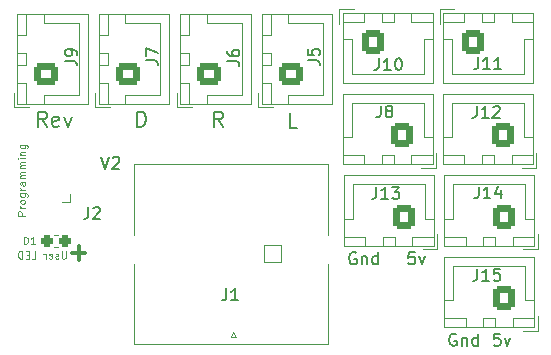
<source format=gbr>
%TF.GenerationSoftware,KiCad,Pcbnew,7.0.7*%
%TF.CreationDate,2023-09-01T18:47:46-05:00*%
%TF.ProjectId,ControlPanelSTM32QFN28,436f6e74-726f-46c5-9061-6e656c53544d,rev?*%
%TF.SameCoordinates,Original*%
%TF.FileFunction,Legend,Top*%
%TF.FilePolarity,Positive*%
%FSLAX46Y46*%
G04 Gerber Fmt 4.6, Leading zero omitted, Abs format (unit mm)*
G04 Created by KiCad (PCBNEW 7.0.7) date 2023-09-01 18:47:46*
%MOMM*%
%LPD*%
G01*
G04 APERTURE LIST*
G04 Aperture macros list*
%AMRoundRect*
0 Rectangle with rounded corners*
0 $1 Rounding radius*
0 $2 $3 $4 $5 $6 $7 $8 $9 X,Y pos of 4 corners*
0 Add a 4 corners polygon primitive as box body*
4,1,4,$2,$3,$4,$5,$6,$7,$8,$9,$2,$3,0*
0 Add four circle primitives for the rounded corners*
1,1,$1+$1,$2,$3*
1,1,$1+$1,$4,$5*
1,1,$1+$1,$6,$7*
1,1,$1+$1,$8,$9*
0 Add four rect primitives between the rounded corners*
20,1,$1+$1,$2,$3,$4,$5,0*
20,1,$1+$1,$4,$5,$6,$7,0*
20,1,$1+$1,$6,$7,$8,$9,0*
20,1,$1+$1,$8,$9,$2,$3,0*%
G04 Aperture macros list end*
%ADD10C,0.150000*%
%ADD11C,0.101600*%
%ADD12C,0.300000*%
%ADD13C,0.152400*%
%ADD14C,0.076200*%
%ADD15C,0.120000*%
%ADD16RoundRect,0.276000X-0.225000X-0.250000X0.225000X-0.250000X0.225000X0.250000X-0.225000X0.250000X0*%
%ADD17C,0.889400*%
%ADD18C,1.092600*%
%ADD19C,3.102000*%
%ADD20RoundRect,0.301000X-0.600000X-0.750000X0.600000X-0.750000X0.600000X0.750000X-0.600000X0.750000X0*%
%ADD21O,1.802000X2.102000*%
%ADD22RoundRect,0.301000X0.600000X0.750000X-0.600000X0.750000X-0.600000X-0.750000X0.600000X-0.750000X0*%
%ADD23C,3.352000*%
%ADD24RoundRect,0.051000X-0.750000X-0.750000X0.750000X-0.750000X0.750000X0.750000X-0.750000X0.750000X0*%
%ADD25C,1.602000*%
%ADD26O,1.361000X2.464000*%
%ADD27RoundRect,0.301000X0.750000X-0.600000X0.750000X0.600000X-0.750000X0.600000X-0.750000X-0.600000X0*%
%ADD28O,2.102000X1.802000*%
G04 APERTURE END LIST*
D10*
X139208122Y-98234619D02*
X139541455Y-99234619D01*
X139541455Y-99234619D02*
X139874788Y-98234619D01*
X140160503Y-98329857D02*
X140208122Y-98282238D01*
X140208122Y-98282238D02*
X140303360Y-98234619D01*
X140303360Y-98234619D02*
X140541455Y-98234619D01*
X140541455Y-98234619D02*
X140636693Y-98282238D01*
X140636693Y-98282238D02*
X140684312Y-98329857D01*
X140684312Y-98329857D02*
X140731931Y-98425095D01*
X140731931Y-98425095D02*
X140731931Y-98520333D01*
X140731931Y-98520333D02*
X140684312Y-98663190D01*
X140684312Y-98663190D02*
X140112884Y-99234619D01*
X140112884Y-99234619D02*
X140731931Y-99234619D01*
D11*
X132759004Y-103210767D02*
X132124004Y-103210767D01*
X132124004Y-103210767D02*
X132124004Y-102968862D01*
X132124004Y-102968862D02*
X132154242Y-102908386D01*
X132154242Y-102908386D02*
X132184480Y-102878148D01*
X132184480Y-102878148D02*
X132244956Y-102847910D01*
X132244956Y-102847910D02*
X132335670Y-102847910D01*
X132335670Y-102847910D02*
X132396146Y-102878148D01*
X132396146Y-102878148D02*
X132426385Y-102908386D01*
X132426385Y-102908386D02*
X132456623Y-102968862D01*
X132456623Y-102968862D02*
X132456623Y-103210767D01*
X132759004Y-102575767D02*
X132335670Y-102575767D01*
X132456623Y-102575767D02*
X132396146Y-102545529D01*
X132396146Y-102545529D02*
X132365908Y-102515291D01*
X132365908Y-102515291D02*
X132335670Y-102454815D01*
X132335670Y-102454815D02*
X132335670Y-102394338D01*
X132759004Y-102091958D02*
X132728766Y-102152434D01*
X132728766Y-102152434D02*
X132698527Y-102182672D01*
X132698527Y-102182672D02*
X132638051Y-102212910D01*
X132638051Y-102212910D02*
X132456623Y-102212910D01*
X132456623Y-102212910D02*
X132396146Y-102182672D01*
X132396146Y-102182672D02*
X132365908Y-102152434D01*
X132365908Y-102152434D02*
X132335670Y-102091958D01*
X132335670Y-102091958D02*
X132335670Y-102001243D01*
X132335670Y-102001243D02*
X132365908Y-101940767D01*
X132365908Y-101940767D02*
X132396146Y-101910529D01*
X132396146Y-101910529D02*
X132456623Y-101880291D01*
X132456623Y-101880291D02*
X132638051Y-101880291D01*
X132638051Y-101880291D02*
X132698527Y-101910529D01*
X132698527Y-101910529D02*
X132728766Y-101940767D01*
X132728766Y-101940767D02*
X132759004Y-102001243D01*
X132759004Y-102001243D02*
X132759004Y-102091958D01*
X132335670Y-101336005D02*
X132849718Y-101336005D01*
X132849718Y-101336005D02*
X132910194Y-101366243D01*
X132910194Y-101366243D02*
X132940432Y-101396481D01*
X132940432Y-101396481D02*
X132970670Y-101456958D01*
X132970670Y-101456958D02*
X132970670Y-101547672D01*
X132970670Y-101547672D02*
X132940432Y-101608148D01*
X132728766Y-101336005D02*
X132759004Y-101396481D01*
X132759004Y-101396481D02*
X132759004Y-101517434D01*
X132759004Y-101517434D02*
X132728766Y-101577910D01*
X132728766Y-101577910D02*
X132698527Y-101608148D01*
X132698527Y-101608148D02*
X132638051Y-101638386D01*
X132638051Y-101638386D02*
X132456623Y-101638386D01*
X132456623Y-101638386D02*
X132396146Y-101608148D01*
X132396146Y-101608148D02*
X132365908Y-101577910D01*
X132365908Y-101577910D02*
X132335670Y-101517434D01*
X132335670Y-101517434D02*
X132335670Y-101396481D01*
X132335670Y-101396481D02*
X132365908Y-101336005D01*
X132759004Y-101033624D02*
X132335670Y-101033624D01*
X132456623Y-101033624D02*
X132396146Y-101003386D01*
X132396146Y-101003386D02*
X132365908Y-100973148D01*
X132365908Y-100973148D02*
X132335670Y-100912672D01*
X132335670Y-100912672D02*
X132335670Y-100852195D01*
X132759004Y-100368386D02*
X132426385Y-100368386D01*
X132426385Y-100368386D02*
X132365908Y-100398624D01*
X132365908Y-100398624D02*
X132335670Y-100459100D01*
X132335670Y-100459100D02*
X132335670Y-100580053D01*
X132335670Y-100580053D02*
X132365908Y-100640529D01*
X132728766Y-100368386D02*
X132759004Y-100428862D01*
X132759004Y-100428862D02*
X132759004Y-100580053D01*
X132759004Y-100580053D02*
X132728766Y-100640529D01*
X132728766Y-100640529D02*
X132668289Y-100670767D01*
X132668289Y-100670767D02*
X132607813Y-100670767D01*
X132607813Y-100670767D02*
X132547337Y-100640529D01*
X132547337Y-100640529D02*
X132517099Y-100580053D01*
X132517099Y-100580053D02*
X132517099Y-100428862D01*
X132517099Y-100428862D02*
X132486861Y-100368386D01*
X132759004Y-100066005D02*
X132335670Y-100066005D01*
X132396146Y-100066005D02*
X132365908Y-100035767D01*
X132365908Y-100035767D02*
X132335670Y-99975291D01*
X132335670Y-99975291D02*
X132335670Y-99884576D01*
X132335670Y-99884576D02*
X132365908Y-99824100D01*
X132365908Y-99824100D02*
X132426385Y-99793862D01*
X132426385Y-99793862D02*
X132759004Y-99793862D01*
X132426385Y-99793862D02*
X132365908Y-99763624D01*
X132365908Y-99763624D02*
X132335670Y-99703148D01*
X132335670Y-99703148D02*
X132335670Y-99612434D01*
X132335670Y-99612434D02*
X132365908Y-99551957D01*
X132365908Y-99551957D02*
X132426385Y-99521719D01*
X132426385Y-99521719D02*
X132759004Y-99521719D01*
X132759004Y-99219338D02*
X132335670Y-99219338D01*
X132396146Y-99219338D02*
X132365908Y-99189100D01*
X132365908Y-99189100D02*
X132335670Y-99128624D01*
X132335670Y-99128624D02*
X132335670Y-99037909D01*
X132335670Y-99037909D02*
X132365908Y-98977433D01*
X132365908Y-98977433D02*
X132426385Y-98947195D01*
X132426385Y-98947195D02*
X132759004Y-98947195D01*
X132426385Y-98947195D02*
X132365908Y-98916957D01*
X132365908Y-98916957D02*
X132335670Y-98856481D01*
X132335670Y-98856481D02*
X132335670Y-98765767D01*
X132335670Y-98765767D02*
X132365908Y-98705290D01*
X132365908Y-98705290D02*
X132426385Y-98675052D01*
X132426385Y-98675052D02*
X132759004Y-98675052D01*
X132759004Y-98372671D02*
X132335670Y-98372671D01*
X132124004Y-98372671D02*
X132154242Y-98402909D01*
X132154242Y-98402909D02*
X132184480Y-98372671D01*
X132184480Y-98372671D02*
X132154242Y-98342433D01*
X132154242Y-98342433D02*
X132124004Y-98372671D01*
X132124004Y-98372671D02*
X132184480Y-98372671D01*
X132335670Y-98070290D02*
X132759004Y-98070290D01*
X132396146Y-98070290D02*
X132365908Y-98040052D01*
X132365908Y-98040052D02*
X132335670Y-97979576D01*
X132335670Y-97979576D02*
X132335670Y-97888861D01*
X132335670Y-97888861D02*
X132365908Y-97828385D01*
X132365908Y-97828385D02*
X132426385Y-97798147D01*
X132426385Y-97798147D02*
X132759004Y-97798147D01*
X132335670Y-97223623D02*
X132849718Y-97223623D01*
X132849718Y-97223623D02*
X132910194Y-97253861D01*
X132910194Y-97253861D02*
X132940432Y-97284099D01*
X132940432Y-97284099D02*
X132970670Y-97344576D01*
X132970670Y-97344576D02*
X132970670Y-97435290D01*
X132970670Y-97435290D02*
X132940432Y-97495766D01*
X132728766Y-97223623D02*
X132759004Y-97284099D01*
X132759004Y-97284099D02*
X132759004Y-97405052D01*
X132759004Y-97405052D02*
X132728766Y-97465528D01*
X132728766Y-97465528D02*
X132698527Y-97495766D01*
X132698527Y-97495766D02*
X132638051Y-97526004D01*
X132638051Y-97526004D02*
X132456623Y-97526004D01*
X132456623Y-97526004D02*
X132396146Y-97495766D01*
X132396146Y-97495766D02*
X132365908Y-97465528D01*
X132365908Y-97465528D02*
X132335670Y-97405052D01*
X132335670Y-97405052D02*
X132335670Y-97284099D01*
X132335670Y-97284099D02*
X132365908Y-97223623D01*
X136205367Y-106216004D02*
X136205367Y-106730051D01*
X136205367Y-106730051D02*
X136175129Y-106790527D01*
X136175129Y-106790527D02*
X136144891Y-106820766D01*
X136144891Y-106820766D02*
X136084415Y-106851004D01*
X136084415Y-106851004D02*
X135963462Y-106851004D01*
X135963462Y-106851004D02*
X135902986Y-106820766D01*
X135902986Y-106820766D02*
X135872748Y-106790527D01*
X135872748Y-106790527D02*
X135842510Y-106730051D01*
X135842510Y-106730051D02*
X135842510Y-106216004D01*
X135570367Y-106820766D02*
X135509891Y-106851004D01*
X135509891Y-106851004D02*
X135388939Y-106851004D01*
X135388939Y-106851004D02*
X135328462Y-106820766D01*
X135328462Y-106820766D02*
X135298224Y-106760289D01*
X135298224Y-106760289D02*
X135298224Y-106730051D01*
X135298224Y-106730051D02*
X135328462Y-106669575D01*
X135328462Y-106669575D02*
X135388939Y-106639337D01*
X135388939Y-106639337D02*
X135479653Y-106639337D01*
X135479653Y-106639337D02*
X135540129Y-106609099D01*
X135540129Y-106609099D02*
X135570367Y-106548623D01*
X135570367Y-106548623D02*
X135570367Y-106518385D01*
X135570367Y-106518385D02*
X135540129Y-106457908D01*
X135540129Y-106457908D02*
X135479653Y-106427670D01*
X135479653Y-106427670D02*
X135388939Y-106427670D01*
X135388939Y-106427670D02*
X135328462Y-106457908D01*
X134784176Y-106820766D02*
X134844652Y-106851004D01*
X134844652Y-106851004D02*
X134965605Y-106851004D01*
X134965605Y-106851004D02*
X135026081Y-106820766D01*
X135026081Y-106820766D02*
X135056319Y-106760289D01*
X135056319Y-106760289D02*
X135056319Y-106518385D01*
X135056319Y-106518385D02*
X135026081Y-106457908D01*
X135026081Y-106457908D02*
X134965605Y-106427670D01*
X134965605Y-106427670D02*
X134844652Y-106427670D01*
X134844652Y-106427670D02*
X134784176Y-106457908D01*
X134784176Y-106457908D02*
X134753938Y-106518385D01*
X134753938Y-106518385D02*
X134753938Y-106578861D01*
X134753938Y-106578861D02*
X135056319Y-106639337D01*
X134481795Y-106851004D02*
X134481795Y-106427670D01*
X134481795Y-106548623D02*
X134451557Y-106488146D01*
X134451557Y-106488146D02*
X134421319Y-106457908D01*
X134421319Y-106457908D02*
X134360843Y-106427670D01*
X134360843Y-106427670D02*
X134300366Y-106427670D01*
X133302509Y-106851004D02*
X133604890Y-106851004D01*
X133604890Y-106851004D02*
X133604890Y-106216004D01*
X133090842Y-106518385D02*
X132879175Y-106518385D01*
X132788461Y-106851004D02*
X133090842Y-106851004D01*
X133090842Y-106851004D02*
X133090842Y-106216004D01*
X133090842Y-106216004D02*
X132788461Y-106216004D01*
X132516318Y-106851004D02*
X132516318Y-106216004D01*
X132516318Y-106216004D02*
X132365128Y-106216004D01*
X132365128Y-106216004D02*
X132274413Y-106246242D01*
X132274413Y-106246242D02*
X132213937Y-106306718D01*
X132213937Y-106306718D02*
X132183699Y-106367194D01*
X132183699Y-106367194D02*
X132153461Y-106488146D01*
X132153461Y-106488146D02*
X132153461Y-106578861D01*
X132153461Y-106578861D02*
X132183699Y-106699813D01*
X132183699Y-106699813D02*
X132213937Y-106760289D01*
X132213937Y-106760289D02*
X132274413Y-106820766D01*
X132274413Y-106820766D02*
X132365128Y-106851004D01*
X132365128Y-106851004D02*
X132516318Y-106851004D01*
D12*
X137850089Y-106392000D02*
X136707232Y-106392000D01*
X137278660Y-106963428D02*
X137278660Y-105820571D01*
D13*
X165742257Y-106329295D02*
X165258447Y-106329295D01*
X165258447Y-106329295D02*
X165210066Y-106813105D01*
X165210066Y-106813105D02*
X165258447Y-106764724D01*
X165258447Y-106764724D02*
X165355209Y-106716343D01*
X165355209Y-106716343D02*
X165597114Y-106716343D01*
X165597114Y-106716343D02*
X165693876Y-106764724D01*
X165693876Y-106764724D02*
X165742257Y-106813105D01*
X165742257Y-106813105D02*
X165790638Y-106909867D01*
X165790638Y-106909867D02*
X165790638Y-107151772D01*
X165790638Y-107151772D02*
X165742257Y-107248534D01*
X165742257Y-107248534D02*
X165693876Y-107296915D01*
X165693876Y-107296915D02*
X165597114Y-107345295D01*
X165597114Y-107345295D02*
X165355209Y-107345295D01*
X165355209Y-107345295D02*
X165258447Y-107296915D01*
X165258447Y-107296915D02*
X165210066Y-107248534D01*
X166129304Y-106667962D02*
X166371209Y-107345295D01*
X166371209Y-107345295D02*
X166613114Y-106667962D01*
X160763857Y-106377676D02*
X160667095Y-106329295D01*
X160667095Y-106329295D02*
X160521952Y-106329295D01*
X160521952Y-106329295D02*
X160376809Y-106377676D01*
X160376809Y-106377676D02*
X160280047Y-106474438D01*
X160280047Y-106474438D02*
X160231666Y-106571200D01*
X160231666Y-106571200D02*
X160183285Y-106764724D01*
X160183285Y-106764724D02*
X160183285Y-106909867D01*
X160183285Y-106909867D02*
X160231666Y-107103391D01*
X160231666Y-107103391D02*
X160280047Y-107200153D01*
X160280047Y-107200153D02*
X160376809Y-107296915D01*
X160376809Y-107296915D02*
X160521952Y-107345295D01*
X160521952Y-107345295D02*
X160618714Y-107345295D01*
X160618714Y-107345295D02*
X160763857Y-107296915D01*
X160763857Y-107296915D02*
X160812238Y-107248534D01*
X160812238Y-107248534D02*
X160812238Y-106909867D01*
X160812238Y-106909867D02*
X160618714Y-106909867D01*
X161247666Y-106667962D02*
X161247666Y-107345295D01*
X161247666Y-106764724D02*
X161296047Y-106716343D01*
X161296047Y-106716343D02*
X161392809Y-106667962D01*
X161392809Y-106667962D02*
X161537952Y-106667962D01*
X161537952Y-106667962D02*
X161634714Y-106716343D01*
X161634714Y-106716343D02*
X161683095Y-106813105D01*
X161683095Y-106813105D02*
X161683095Y-107345295D01*
X162602333Y-107345295D02*
X162602333Y-106329295D01*
X162602333Y-107296915D02*
X162505571Y-107345295D01*
X162505571Y-107345295D02*
X162312047Y-107345295D01*
X162312047Y-107345295D02*
X162215285Y-107296915D01*
X162215285Y-107296915D02*
X162166904Y-107248534D01*
X162166904Y-107248534D02*
X162118523Y-107151772D01*
X162118523Y-107151772D02*
X162118523Y-106861486D01*
X162118523Y-106861486D02*
X162166904Y-106764724D01*
X162166904Y-106764724D02*
X162215285Y-106716343D01*
X162215285Y-106716343D02*
X162312047Y-106667962D01*
X162312047Y-106667962D02*
X162505571Y-106667962D01*
X162505571Y-106667962D02*
X162602333Y-106716343D01*
X169247457Y-113261076D02*
X169150695Y-113212695D01*
X169150695Y-113212695D02*
X169005552Y-113212695D01*
X169005552Y-113212695D02*
X168860409Y-113261076D01*
X168860409Y-113261076D02*
X168763647Y-113357838D01*
X168763647Y-113357838D02*
X168715266Y-113454600D01*
X168715266Y-113454600D02*
X168666885Y-113648124D01*
X168666885Y-113648124D02*
X168666885Y-113793267D01*
X168666885Y-113793267D02*
X168715266Y-113986791D01*
X168715266Y-113986791D02*
X168763647Y-114083553D01*
X168763647Y-114083553D02*
X168860409Y-114180315D01*
X168860409Y-114180315D02*
X169005552Y-114228695D01*
X169005552Y-114228695D02*
X169102314Y-114228695D01*
X169102314Y-114228695D02*
X169247457Y-114180315D01*
X169247457Y-114180315D02*
X169295838Y-114131934D01*
X169295838Y-114131934D02*
X169295838Y-113793267D01*
X169295838Y-113793267D02*
X169102314Y-113793267D01*
X169731266Y-113551362D02*
X169731266Y-114228695D01*
X169731266Y-113648124D02*
X169779647Y-113599743D01*
X169779647Y-113599743D02*
X169876409Y-113551362D01*
X169876409Y-113551362D02*
X170021552Y-113551362D01*
X170021552Y-113551362D02*
X170118314Y-113599743D01*
X170118314Y-113599743D02*
X170166695Y-113696505D01*
X170166695Y-113696505D02*
X170166695Y-114228695D01*
X171085933Y-114228695D02*
X171085933Y-113212695D01*
X171085933Y-114180315D02*
X170989171Y-114228695D01*
X170989171Y-114228695D02*
X170795647Y-114228695D01*
X170795647Y-114228695D02*
X170698885Y-114180315D01*
X170698885Y-114180315D02*
X170650504Y-114131934D01*
X170650504Y-114131934D02*
X170602123Y-114035172D01*
X170602123Y-114035172D02*
X170602123Y-113744886D01*
X170602123Y-113744886D02*
X170650504Y-113648124D01*
X170650504Y-113648124D02*
X170698885Y-113599743D01*
X170698885Y-113599743D02*
X170795647Y-113551362D01*
X170795647Y-113551362D02*
X170989171Y-113551362D01*
X170989171Y-113551362D02*
X171085933Y-113599743D01*
X172955857Y-113212695D02*
X172472047Y-113212695D01*
X172472047Y-113212695D02*
X172423666Y-113696505D01*
X172423666Y-113696505D02*
X172472047Y-113648124D01*
X172472047Y-113648124D02*
X172568809Y-113599743D01*
X172568809Y-113599743D02*
X172810714Y-113599743D01*
X172810714Y-113599743D02*
X172907476Y-113648124D01*
X172907476Y-113648124D02*
X172955857Y-113696505D01*
X172955857Y-113696505D02*
X173004238Y-113793267D01*
X173004238Y-113793267D02*
X173004238Y-114035172D01*
X173004238Y-114035172D02*
X172955857Y-114131934D01*
X172955857Y-114131934D02*
X172907476Y-114180315D01*
X172907476Y-114180315D02*
X172810714Y-114228695D01*
X172810714Y-114228695D02*
X172568809Y-114228695D01*
X172568809Y-114228695D02*
X172472047Y-114180315D01*
X172472047Y-114180315D02*
X172423666Y-114131934D01*
X173342904Y-113551362D02*
X173584809Y-114228695D01*
X173584809Y-114228695D02*
X173826714Y-113551362D01*
X134565000Y-95679601D02*
X134141666Y-95074839D01*
X133839285Y-95679601D02*
X133839285Y-94409601D01*
X133839285Y-94409601D02*
X134323095Y-94409601D01*
X134323095Y-94409601D02*
X134444047Y-94470077D01*
X134444047Y-94470077D02*
X134504524Y-94530553D01*
X134504524Y-94530553D02*
X134565000Y-94651505D01*
X134565000Y-94651505D02*
X134565000Y-94832934D01*
X134565000Y-94832934D02*
X134504524Y-94953886D01*
X134504524Y-94953886D02*
X134444047Y-95014363D01*
X134444047Y-95014363D02*
X134323095Y-95074839D01*
X134323095Y-95074839D02*
X133839285Y-95074839D01*
X135593095Y-95619125D02*
X135472143Y-95679601D01*
X135472143Y-95679601D02*
X135230238Y-95679601D01*
X135230238Y-95679601D02*
X135109285Y-95619125D01*
X135109285Y-95619125D02*
X135048809Y-95498172D01*
X135048809Y-95498172D02*
X135048809Y-95014363D01*
X135048809Y-95014363D02*
X135109285Y-94893410D01*
X135109285Y-94893410D02*
X135230238Y-94832934D01*
X135230238Y-94832934D02*
X135472143Y-94832934D01*
X135472143Y-94832934D02*
X135593095Y-94893410D01*
X135593095Y-94893410D02*
X135653571Y-95014363D01*
X135653571Y-95014363D02*
X135653571Y-95135315D01*
X135653571Y-95135315D02*
X135048809Y-95256267D01*
X136076904Y-94832934D02*
X136379285Y-95679601D01*
X136379285Y-95679601D02*
X136681666Y-94832934D01*
X149493095Y-95679601D02*
X149069761Y-95074839D01*
X148767380Y-95679601D02*
X148767380Y-94409601D01*
X148767380Y-94409601D02*
X149251190Y-94409601D01*
X149251190Y-94409601D02*
X149372142Y-94470077D01*
X149372142Y-94470077D02*
X149432619Y-94530553D01*
X149432619Y-94530553D02*
X149493095Y-94651505D01*
X149493095Y-94651505D02*
X149493095Y-94832934D01*
X149493095Y-94832934D02*
X149432619Y-94953886D01*
X149432619Y-94953886D02*
X149372142Y-95014363D01*
X149372142Y-95014363D02*
X149251190Y-95074839D01*
X149251190Y-95074839D02*
X148767380Y-95074839D01*
X142267380Y-95679601D02*
X142267380Y-94409601D01*
X142267380Y-94409601D02*
X142569761Y-94409601D01*
X142569761Y-94409601D02*
X142751190Y-94470077D01*
X142751190Y-94470077D02*
X142872142Y-94591029D01*
X142872142Y-94591029D02*
X142932619Y-94711982D01*
X142932619Y-94711982D02*
X142993095Y-94953886D01*
X142993095Y-94953886D02*
X142993095Y-95135315D01*
X142993095Y-95135315D02*
X142932619Y-95377220D01*
X142932619Y-95377220D02*
X142872142Y-95498172D01*
X142872142Y-95498172D02*
X142751190Y-95619125D01*
X142751190Y-95619125D02*
X142569761Y-95679601D01*
X142569761Y-95679601D02*
X142267380Y-95679601D01*
X155793095Y-95779601D02*
X155188333Y-95779601D01*
X155188333Y-95779601D02*
X155188333Y-94509601D01*
D14*
X132627309Y-105623600D02*
X132627309Y-104988600D01*
X132627309Y-104988600D02*
X132778499Y-104988600D01*
X132778499Y-104988600D02*
X132869214Y-105018838D01*
X132869214Y-105018838D02*
X132929690Y-105079314D01*
X132929690Y-105079314D02*
X132959928Y-105139790D01*
X132959928Y-105139790D02*
X132990166Y-105260742D01*
X132990166Y-105260742D02*
X132990166Y-105351457D01*
X132990166Y-105351457D02*
X132959928Y-105472409D01*
X132959928Y-105472409D02*
X132929690Y-105532885D01*
X132929690Y-105532885D02*
X132869214Y-105593362D01*
X132869214Y-105593362D02*
X132778499Y-105623600D01*
X132778499Y-105623600D02*
X132627309Y-105623600D01*
X133594928Y-105623600D02*
X133232071Y-105623600D01*
X133413499Y-105623600D02*
X133413499Y-104988600D01*
X133413499Y-104988600D02*
X133353023Y-105079314D01*
X133353023Y-105079314D02*
X133292547Y-105139790D01*
X133292547Y-105139790D02*
X133232071Y-105170028D01*
D10*
X138096666Y-102502619D02*
X138096666Y-103216904D01*
X138096666Y-103216904D02*
X138049047Y-103359761D01*
X138049047Y-103359761D02*
X137953809Y-103455000D01*
X137953809Y-103455000D02*
X137810952Y-103502619D01*
X137810952Y-103502619D02*
X137715714Y-103502619D01*
X138525238Y-102597857D02*
X138572857Y-102550238D01*
X138572857Y-102550238D02*
X138668095Y-102502619D01*
X138668095Y-102502619D02*
X138906190Y-102502619D01*
X138906190Y-102502619D02*
X139001428Y-102550238D01*
X139001428Y-102550238D02*
X139049047Y-102597857D01*
X139049047Y-102597857D02*
X139096666Y-102693095D01*
X139096666Y-102693095D02*
X139096666Y-102788333D01*
X139096666Y-102788333D02*
X139049047Y-102931190D01*
X139049047Y-102931190D02*
X138477619Y-103502619D01*
X138477619Y-103502619D02*
X139096666Y-103502619D01*
X171110476Y-89824819D02*
X171110476Y-90539104D01*
X171110476Y-90539104D02*
X171062857Y-90681961D01*
X171062857Y-90681961D02*
X170967619Y-90777200D01*
X170967619Y-90777200D02*
X170824762Y-90824819D01*
X170824762Y-90824819D02*
X170729524Y-90824819D01*
X172110476Y-90824819D02*
X171539048Y-90824819D01*
X171824762Y-90824819D02*
X171824762Y-89824819D01*
X171824762Y-89824819D02*
X171729524Y-89967676D01*
X171729524Y-89967676D02*
X171634286Y-90062914D01*
X171634286Y-90062914D02*
X171539048Y-90110533D01*
X173062857Y-90824819D02*
X172491429Y-90824819D01*
X172777143Y-90824819D02*
X172777143Y-89824819D01*
X172777143Y-89824819D02*
X172681905Y-89967676D01*
X172681905Y-89967676D02*
X172586667Y-90062914D01*
X172586667Y-90062914D02*
X172491429Y-90110533D01*
X162710476Y-89894819D02*
X162710476Y-90609104D01*
X162710476Y-90609104D02*
X162662857Y-90751961D01*
X162662857Y-90751961D02*
X162567619Y-90847200D01*
X162567619Y-90847200D02*
X162424762Y-90894819D01*
X162424762Y-90894819D02*
X162329524Y-90894819D01*
X163710476Y-90894819D02*
X163139048Y-90894819D01*
X163424762Y-90894819D02*
X163424762Y-89894819D01*
X163424762Y-89894819D02*
X163329524Y-90037676D01*
X163329524Y-90037676D02*
X163234286Y-90132914D01*
X163234286Y-90132914D02*
X163139048Y-90180533D01*
X164329524Y-89894819D02*
X164424762Y-89894819D01*
X164424762Y-89894819D02*
X164520000Y-89942438D01*
X164520000Y-89942438D02*
X164567619Y-89990057D01*
X164567619Y-89990057D02*
X164615238Y-90085295D01*
X164615238Y-90085295D02*
X164662857Y-90275771D01*
X164662857Y-90275771D02*
X164662857Y-90513866D01*
X164662857Y-90513866D02*
X164615238Y-90704342D01*
X164615238Y-90704342D02*
X164567619Y-90799580D01*
X164567619Y-90799580D02*
X164520000Y-90847200D01*
X164520000Y-90847200D02*
X164424762Y-90894819D01*
X164424762Y-90894819D02*
X164329524Y-90894819D01*
X164329524Y-90894819D02*
X164234286Y-90847200D01*
X164234286Y-90847200D02*
X164186667Y-90799580D01*
X164186667Y-90799580D02*
X164139048Y-90704342D01*
X164139048Y-90704342D02*
X164091429Y-90513866D01*
X164091429Y-90513866D02*
X164091429Y-90275771D01*
X164091429Y-90275771D02*
X164139048Y-90085295D01*
X164139048Y-90085295D02*
X164186667Y-89990057D01*
X164186667Y-89990057D02*
X164234286Y-89942438D01*
X164234286Y-89942438D02*
X164329524Y-89894819D01*
X162856666Y-93904819D02*
X162856666Y-94619104D01*
X162856666Y-94619104D02*
X162809047Y-94761961D01*
X162809047Y-94761961D02*
X162713809Y-94857200D01*
X162713809Y-94857200D02*
X162570952Y-94904819D01*
X162570952Y-94904819D02*
X162475714Y-94904819D01*
X163475714Y-94333390D02*
X163380476Y-94285771D01*
X163380476Y-94285771D02*
X163332857Y-94238152D01*
X163332857Y-94238152D02*
X163285238Y-94142914D01*
X163285238Y-94142914D02*
X163285238Y-94095295D01*
X163285238Y-94095295D02*
X163332857Y-94000057D01*
X163332857Y-94000057D02*
X163380476Y-93952438D01*
X163380476Y-93952438D02*
X163475714Y-93904819D01*
X163475714Y-93904819D02*
X163666190Y-93904819D01*
X163666190Y-93904819D02*
X163761428Y-93952438D01*
X163761428Y-93952438D02*
X163809047Y-94000057D01*
X163809047Y-94000057D02*
X163856666Y-94095295D01*
X163856666Y-94095295D02*
X163856666Y-94142914D01*
X163856666Y-94142914D02*
X163809047Y-94238152D01*
X163809047Y-94238152D02*
X163761428Y-94285771D01*
X163761428Y-94285771D02*
X163666190Y-94333390D01*
X163666190Y-94333390D02*
X163475714Y-94333390D01*
X163475714Y-94333390D02*
X163380476Y-94381009D01*
X163380476Y-94381009D02*
X163332857Y-94428628D01*
X163332857Y-94428628D02*
X163285238Y-94523866D01*
X163285238Y-94523866D02*
X163285238Y-94714342D01*
X163285238Y-94714342D02*
X163332857Y-94809580D01*
X163332857Y-94809580D02*
X163380476Y-94857200D01*
X163380476Y-94857200D02*
X163475714Y-94904819D01*
X163475714Y-94904819D02*
X163666190Y-94904819D01*
X163666190Y-94904819D02*
X163761428Y-94857200D01*
X163761428Y-94857200D02*
X163809047Y-94809580D01*
X163809047Y-94809580D02*
X163856666Y-94714342D01*
X163856666Y-94714342D02*
X163856666Y-94523866D01*
X163856666Y-94523866D02*
X163809047Y-94428628D01*
X163809047Y-94428628D02*
X163761428Y-94381009D01*
X163761428Y-94381009D02*
X163666190Y-94333390D01*
X170990476Y-93944819D02*
X170990476Y-94659104D01*
X170990476Y-94659104D02*
X170942857Y-94801961D01*
X170942857Y-94801961D02*
X170847619Y-94897200D01*
X170847619Y-94897200D02*
X170704762Y-94944819D01*
X170704762Y-94944819D02*
X170609524Y-94944819D01*
X171990476Y-94944819D02*
X171419048Y-94944819D01*
X171704762Y-94944819D02*
X171704762Y-93944819D01*
X171704762Y-93944819D02*
X171609524Y-94087676D01*
X171609524Y-94087676D02*
X171514286Y-94182914D01*
X171514286Y-94182914D02*
X171419048Y-94230533D01*
X172371429Y-94040057D02*
X172419048Y-93992438D01*
X172419048Y-93992438D02*
X172514286Y-93944819D01*
X172514286Y-93944819D02*
X172752381Y-93944819D01*
X172752381Y-93944819D02*
X172847619Y-93992438D01*
X172847619Y-93992438D02*
X172895238Y-94040057D01*
X172895238Y-94040057D02*
X172942857Y-94135295D01*
X172942857Y-94135295D02*
X172942857Y-94230533D01*
X172942857Y-94230533D02*
X172895238Y-94373390D01*
X172895238Y-94373390D02*
X172323810Y-94944819D01*
X172323810Y-94944819D02*
X172942857Y-94944819D01*
X162480476Y-100804819D02*
X162480476Y-101519104D01*
X162480476Y-101519104D02*
X162432857Y-101661961D01*
X162432857Y-101661961D02*
X162337619Y-101757200D01*
X162337619Y-101757200D02*
X162194762Y-101804819D01*
X162194762Y-101804819D02*
X162099524Y-101804819D01*
X163480476Y-101804819D02*
X162909048Y-101804819D01*
X163194762Y-101804819D02*
X163194762Y-100804819D01*
X163194762Y-100804819D02*
X163099524Y-100947676D01*
X163099524Y-100947676D02*
X163004286Y-101042914D01*
X163004286Y-101042914D02*
X162909048Y-101090533D01*
X163813810Y-100804819D02*
X164432857Y-100804819D01*
X164432857Y-100804819D02*
X164099524Y-101185771D01*
X164099524Y-101185771D02*
X164242381Y-101185771D01*
X164242381Y-101185771D02*
X164337619Y-101233390D01*
X164337619Y-101233390D02*
X164385238Y-101281009D01*
X164385238Y-101281009D02*
X164432857Y-101376247D01*
X164432857Y-101376247D02*
X164432857Y-101614342D01*
X164432857Y-101614342D02*
X164385238Y-101709580D01*
X164385238Y-101709580D02*
X164337619Y-101757200D01*
X164337619Y-101757200D02*
X164242381Y-101804819D01*
X164242381Y-101804819D02*
X163956667Y-101804819D01*
X163956667Y-101804819D02*
X163861429Y-101757200D01*
X163861429Y-101757200D02*
X163813810Y-101709580D01*
X171150476Y-100754819D02*
X171150476Y-101469104D01*
X171150476Y-101469104D02*
X171102857Y-101611961D01*
X171102857Y-101611961D02*
X171007619Y-101707200D01*
X171007619Y-101707200D02*
X170864762Y-101754819D01*
X170864762Y-101754819D02*
X170769524Y-101754819D01*
X172150476Y-101754819D02*
X171579048Y-101754819D01*
X171864762Y-101754819D02*
X171864762Y-100754819D01*
X171864762Y-100754819D02*
X171769524Y-100897676D01*
X171769524Y-100897676D02*
X171674286Y-100992914D01*
X171674286Y-100992914D02*
X171579048Y-101040533D01*
X173007619Y-101088152D02*
X173007619Y-101754819D01*
X172769524Y-100707200D02*
X172531429Y-101421485D01*
X172531429Y-101421485D02*
X173150476Y-101421485D01*
X171050476Y-107724819D02*
X171050476Y-108439104D01*
X171050476Y-108439104D02*
X171002857Y-108581961D01*
X171002857Y-108581961D02*
X170907619Y-108677200D01*
X170907619Y-108677200D02*
X170764762Y-108724819D01*
X170764762Y-108724819D02*
X170669524Y-108724819D01*
X172050476Y-108724819D02*
X171479048Y-108724819D01*
X171764762Y-108724819D02*
X171764762Y-107724819D01*
X171764762Y-107724819D02*
X171669524Y-107867676D01*
X171669524Y-107867676D02*
X171574286Y-107962914D01*
X171574286Y-107962914D02*
X171479048Y-108010533D01*
X172955238Y-107724819D02*
X172479048Y-107724819D01*
X172479048Y-107724819D02*
X172431429Y-108201009D01*
X172431429Y-108201009D02*
X172479048Y-108153390D01*
X172479048Y-108153390D02*
X172574286Y-108105771D01*
X172574286Y-108105771D02*
X172812381Y-108105771D01*
X172812381Y-108105771D02*
X172907619Y-108153390D01*
X172907619Y-108153390D02*
X172955238Y-108201009D01*
X172955238Y-108201009D02*
X173002857Y-108296247D01*
X173002857Y-108296247D02*
X173002857Y-108534342D01*
X173002857Y-108534342D02*
X172955238Y-108629580D01*
X172955238Y-108629580D02*
X172907619Y-108677200D01*
X172907619Y-108677200D02*
X172812381Y-108724819D01*
X172812381Y-108724819D02*
X172574286Y-108724819D01*
X172574286Y-108724819D02*
X172479048Y-108677200D01*
X172479048Y-108677200D02*
X172431429Y-108629580D01*
X149780666Y-109380939D02*
X149780666Y-110095224D01*
X149780666Y-110095224D02*
X149733047Y-110238081D01*
X149733047Y-110238081D02*
X149637809Y-110333320D01*
X149637809Y-110333320D02*
X149494952Y-110380939D01*
X149494952Y-110380939D02*
X149399714Y-110380939D01*
X150780666Y-110380939D02*
X150209238Y-110380939D01*
X150494952Y-110380939D02*
X150494952Y-109380939D01*
X150494952Y-109380939D02*
X150399714Y-109523796D01*
X150399714Y-109523796D02*
X150304476Y-109619034D01*
X150304476Y-109619034D02*
X150209238Y-109666653D01*
X156694819Y-90083333D02*
X157409104Y-90083333D01*
X157409104Y-90083333D02*
X157551961Y-90130952D01*
X157551961Y-90130952D02*
X157647200Y-90226190D01*
X157647200Y-90226190D02*
X157694819Y-90369047D01*
X157694819Y-90369047D02*
X157694819Y-90464285D01*
X156694819Y-89130952D02*
X156694819Y-89607142D01*
X156694819Y-89607142D02*
X157171009Y-89654761D01*
X157171009Y-89654761D02*
X157123390Y-89607142D01*
X157123390Y-89607142D02*
X157075771Y-89511904D01*
X157075771Y-89511904D02*
X157075771Y-89273809D01*
X157075771Y-89273809D02*
X157123390Y-89178571D01*
X157123390Y-89178571D02*
X157171009Y-89130952D01*
X157171009Y-89130952D02*
X157266247Y-89083333D01*
X157266247Y-89083333D02*
X157504342Y-89083333D01*
X157504342Y-89083333D02*
X157599580Y-89130952D01*
X157599580Y-89130952D02*
X157647200Y-89178571D01*
X157647200Y-89178571D02*
X157694819Y-89273809D01*
X157694819Y-89273809D02*
X157694819Y-89511904D01*
X157694819Y-89511904D02*
X157647200Y-89607142D01*
X157647200Y-89607142D02*
X157599580Y-89654761D01*
X136134819Y-90123333D02*
X136849104Y-90123333D01*
X136849104Y-90123333D02*
X136991961Y-90170952D01*
X136991961Y-90170952D02*
X137087200Y-90266190D01*
X137087200Y-90266190D02*
X137134819Y-90409047D01*
X137134819Y-90409047D02*
X137134819Y-90504285D01*
X137134819Y-89599523D02*
X137134819Y-89409047D01*
X137134819Y-89409047D02*
X137087200Y-89313809D01*
X137087200Y-89313809D02*
X137039580Y-89266190D01*
X137039580Y-89266190D02*
X136896723Y-89170952D01*
X136896723Y-89170952D02*
X136706247Y-89123333D01*
X136706247Y-89123333D02*
X136325295Y-89123333D01*
X136325295Y-89123333D02*
X136230057Y-89170952D01*
X136230057Y-89170952D02*
X136182438Y-89218571D01*
X136182438Y-89218571D02*
X136134819Y-89313809D01*
X136134819Y-89313809D02*
X136134819Y-89504285D01*
X136134819Y-89504285D02*
X136182438Y-89599523D01*
X136182438Y-89599523D02*
X136230057Y-89647142D01*
X136230057Y-89647142D02*
X136325295Y-89694761D01*
X136325295Y-89694761D02*
X136563390Y-89694761D01*
X136563390Y-89694761D02*
X136658628Y-89647142D01*
X136658628Y-89647142D02*
X136706247Y-89599523D01*
X136706247Y-89599523D02*
X136753866Y-89504285D01*
X136753866Y-89504285D02*
X136753866Y-89313809D01*
X136753866Y-89313809D02*
X136706247Y-89218571D01*
X136706247Y-89218571D02*
X136658628Y-89170952D01*
X136658628Y-89170952D02*
X136563390Y-89123333D01*
X142990219Y-90071533D02*
X143704504Y-90071533D01*
X143704504Y-90071533D02*
X143847361Y-90119152D01*
X143847361Y-90119152D02*
X143942600Y-90214390D01*
X143942600Y-90214390D02*
X143990219Y-90357247D01*
X143990219Y-90357247D02*
X143990219Y-90452485D01*
X142990219Y-89690580D02*
X142990219Y-89023914D01*
X142990219Y-89023914D02*
X143990219Y-89452485D01*
X149884819Y-90163333D02*
X150599104Y-90163333D01*
X150599104Y-90163333D02*
X150741961Y-90210952D01*
X150741961Y-90210952D02*
X150837200Y-90306190D01*
X150837200Y-90306190D02*
X150884819Y-90449047D01*
X150884819Y-90449047D02*
X150884819Y-90544285D01*
X149884819Y-89258571D02*
X149884819Y-89449047D01*
X149884819Y-89449047D02*
X149932438Y-89544285D01*
X149932438Y-89544285D02*
X149980057Y-89591904D01*
X149980057Y-89591904D02*
X150122914Y-89687142D01*
X150122914Y-89687142D02*
X150313390Y-89734761D01*
X150313390Y-89734761D02*
X150694342Y-89734761D01*
X150694342Y-89734761D02*
X150789580Y-89687142D01*
X150789580Y-89687142D02*
X150837200Y-89639523D01*
X150837200Y-89639523D02*
X150884819Y-89544285D01*
X150884819Y-89544285D02*
X150884819Y-89353809D01*
X150884819Y-89353809D02*
X150837200Y-89258571D01*
X150837200Y-89258571D02*
X150789580Y-89210952D01*
X150789580Y-89210952D02*
X150694342Y-89163333D01*
X150694342Y-89163333D02*
X150456247Y-89163333D01*
X150456247Y-89163333D02*
X150361009Y-89210952D01*
X150361009Y-89210952D02*
X150313390Y-89258571D01*
X150313390Y-89258571D02*
X150265771Y-89353809D01*
X150265771Y-89353809D02*
X150265771Y-89544285D01*
X150265771Y-89544285D02*
X150313390Y-89639523D01*
X150313390Y-89639523D02*
X150361009Y-89687142D01*
X150361009Y-89687142D02*
X150456247Y-89734761D01*
D15*
%TO.C,D1*%
X135216020Y-105843800D02*
X135497180Y-105843800D01*
X135216020Y-104823800D02*
X135497180Y-104823800D01*
%TO.C,J2*%
X136550400Y-101396800D02*
X136550400Y-102031800D01*
X136550400Y-102031800D02*
X135915400Y-102031800D01*
%TO.C,J11*%
X168140000Y-86040000D02*
X168140000Y-92010000D01*
X167850000Y-85750000D02*
X167850000Y-87000000D01*
X168900000Y-91250000D02*
X171950000Y-91250000D01*
X175750000Y-86050000D02*
X173950000Y-86050000D01*
X173950000Y-86800000D02*
X175750000Y-86800000D01*
X175760000Y-86040000D02*
X168140000Y-86040000D01*
X175760000Y-92010000D02*
X175760000Y-86040000D01*
X168150000Y-86800000D02*
X169950000Y-86800000D01*
X171450000Y-86800000D02*
X172450000Y-86800000D01*
X175000000Y-88300000D02*
X175000000Y-91250000D01*
X172450000Y-86050000D02*
X171450000Y-86050000D01*
X168900000Y-88300000D02*
X168900000Y-91250000D01*
X175750000Y-86800000D02*
X175750000Y-86050000D01*
X169100000Y-85750000D02*
X167850000Y-85750000D01*
X168140000Y-92010000D02*
X175760000Y-92010000D01*
X171450000Y-86050000D02*
X171450000Y-86800000D01*
X169950000Y-86800000D02*
X169950000Y-86050000D01*
X175750000Y-88300000D02*
X175000000Y-88300000D01*
X168150000Y-88300000D02*
X168900000Y-88300000D01*
X168150000Y-86050000D02*
X168150000Y-86800000D01*
X175000000Y-91250000D02*
X171950000Y-91250000D01*
X173950000Y-86050000D02*
X173950000Y-86800000D01*
X172450000Y-86800000D02*
X172450000Y-86050000D01*
X169950000Y-86050000D02*
X168150000Y-86050000D01*
%TO.C,J10*%
X166500000Y-88300000D02*
X166500000Y-91250000D01*
X159640000Y-86040000D02*
X159640000Y-92010000D01*
X159650000Y-86050000D02*
X159650000Y-86800000D01*
X167250000Y-86800000D02*
X167250000Y-86050000D01*
X159640000Y-92010000D02*
X167260000Y-92010000D01*
X162950000Y-86050000D02*
X162950000Y-86800000D01*
X160600000Y-85750000D02*
X159350000Y-85750000D01*
X160400000Y-91250000D02*
X163450000Y-91250000D01*
X163950000Y-86800000D02*
X163950000Y-86050000D01*
X161450000Y-86800000D02*
X161450000Y-86050000D01*
X162950000Y-86800000D02*
X163950000Y-86800000D01*
X159350000Y-85750000D02*
X159350000Y-87000000D01*
X166500000Y-91250000D02*
X163450000Y-91250000D01*
X167250000Y-86050000D02*
X165450000Y-86050000D01*
X159650000Y-88300000D02*
X160400000Y-88300000D01*
X167260000Y-92010000D02*
X167260000Y-86040000D01*
X165450000Y-86800000D02*
X167250000Y-86800000D01*
X165450000Y-86050000D02*
X165450000Y-86800000D01*
X159650000Y-86800000D02*
X161450000Y-86800000D01*
X167250000Y-88300000D02*
X166500000Y-88300000D01*
X167260000Y-86040000D02*
X159640000Y-86040000D01*
X160400000Y-88300000D02*
X160400000Y-91250000D01*
X161450000Y-86050000D02*
X159650000Y-86050000D01*
X163950000Y-86050000D02*
X162950000Y-86050000D01*
%TO.C,J8*%
X160400000Y-93650000D02*
X163450000Y-93650000D01*
X166500000Y-93650000D02*
X163450000Y-93650000D01*
X167550000Y-99150000D02*
X167550000Y-97900000D01*
X159640000Y-92890000D02*
X159640000Y-98860000D01*
X165450000Y-98850000D02*
X167250000Y-98850000D01*
X162950000Y-98100000D02*
X162950000Y-98850000D01*
X167250000Y-98850000D02*
X167250000Y-98100000D01*
X167250000Y-98100000D02*
X165450000Y-98100000D01*
X161450000Y-98850000D02*
X161450000Y-98100000D01*
X167260000Y-92890000D02*
X159640000Y-92890000D01*
X165450000Y-98100000D02*
X165450000Y-98850000D01*
X159640000Y-98860000D02*
X167260000Y-98860000D01*
X167250000Y-96600000D02*
X166500000Y-96600000D01*
X160400000Y-96600000D02*
X160400000Y-93650000D01*
X162950000Y-98850000D02*
X163950000Y-98850000D01*
X167260000Y-98860000D02*
X167260000Y-92890000D01*
X161450000Y-98100000D02*
X159650000Y-98100000D01*
X163950000Y-98100000D02*
X162950000Y-98100000D01*
X159650000Y-98100000D02*
X159650000Y-98850000D01*
X159650000Y-98850000D02*
X161450000Y-98850000D01*
X166300000Y-99150000D02*
X167550000Y-99150000D01*
X163950000Y-98850000D02*
X163950000Y-98100000D01*
X159650000Y-96600000D02*
X160400000Y-96600000D01*
X166500000Y-96600000D02*
X166500000Y-93650000D01*
%TO.C,J12*%
X172450000Y-98100000D02*
X171450000Y-98100000D01*
X169950000Y-98100000D02*
X168150000Y-98100000D01*
X168150000Y-98100000D02*
X168150000Y-98850000D01*
X168150000Y-98850000D02*
X169950000Y-98850000D01*
X175000000Y-96600000D02*
X175000000Y-93650000D01*
X168140000Y-98860000D02*
X175760000Y-98860000D01*
X169950000Y-98850000D02*
X169950000Y-98100000D01*
X175750000Y-96600000D02*
X175000000Y-96600000D01*
X173950000Y-98100000D02*
X173950000Y-98850000D01*
X174800000Y-99150000D02*
X176050000Y-99150000D01*
X176050000Y-99150000D02*
X176050000Y-97900000D01*
X168140000Y-92890000D02*
X168140000Y-98860000D01*
X168900000Y-96600000D02*
X168900000Y-93650000D01*
X175760000Y-92890000D02*
X168140000Y-92890000D01*
X171450000Y-98100000D02*
X171450000Y-98850000D01*
X175000000Y-93650000D02*
X171950000Y-93650000D01*
X168900000Y-93650000D02*
X171950000Y-93650000D01*
X168150000Y-96600000D02*
X168900000Y-96600000D01*
X175750000Y-98100000D02*
X173950000Y-98100000D01*
X173950000Y-98850000D02*
X175750000Y-98850000D01*
X172450000Y-98850000D02*
X172450000Y-98100000D01*
X175760000Y-98860000D02*
X175760000Y-92890000D01*
X175750000Y-98850000D02*
X175750000Y-98100000D01*
X171450000Y-98850000D02*
X172450000Y-98850000D01*
%TO.C,J13*%
X160500000Y-103500000D02*
X160500000Y-100550000D01*
X161550000Y-105000000D02*
X159750000Y-105000000D01*
X159750000Y-103500000D02*
X160500000Y-103500000D01*
X165550000Y-105750000D02*
X167350000Y-105750000D01*
X164050000Y-105000000D02*
X163050000Y-105000000D01*
X167650000Y-106050000D02*
X167650000Y-104800000D01*
X167360000Y-99790000D02*
X159740000Y-99790000D01*
X165550000Y-105000000D02*
X165550000Y-105750000D01*
X159740000Y-105760000D02*
X167360000Y-105760000D01*
X161550000Y-105750000D02*
X161550000Y-105000000D01*
X166600000Y-100550000D02*
X163550000Y-100550000D01*
X167350000Y-105750000D02*
X167350000Y-105000000D01*
X159750000Y-105000000D02*
X159750000Y-105750000D01*
X159740000Y-99790000D02*
X159740000Y-105760000D01*
X163050000Y-105750000D02*
X164050000Y-105750000D01*
X167360000Y-105760000D02*
X167360000Y-99790000D01*
X166400000Y-106050000D02*
X167650000Y-106050000D01*
X166600000Y-103500000D02*
X166600000Y-100550000D01*
X164050000Y-105750000D02*
X164050000Y-105000000D01*
X167350000Y-105000000D02*
X165550000Y-105000000D01*
X163050000Y-105000000D02*
X163050000Y-105750000D01*
X159750000Y-105750000D02*
X161550000Y-105750000D01*
X160500000Y-100550000D02*
X163550000Y-100550000D01*
X167350000Y-103500000D02*
X166600000Y-103500000D01*
%TO.C,J14*%
X172550000Y-105000000D02*
X171550000Y-105000000D01*
X174050000Y-105750000D02*
X175850000Y-105750000D01*
X174900000Y-106050000D02*
X176150000Y-106050000D01*
X170050000Y-105750000D02*
X170050000Y-105000000D01*
X168250000Y-105000000D02*
X168250000Y-105750000D01*
X168250000Y-105750000D02*
X170050000Y-105750000D01*
X171550000Y-105750000D02*
X172550000Y-105750000D01*
X175860000Y-105760000D02*
X175860000Y-99790000D01*
X176150000Y-106050000D02*
X176150000Y-104800000D01*
X175850000Y-105000000D02*
X174050000Y-105000000D01*
X174050000Y-105000000D02*
X174050000Y-105750000D01*
X175850000Y-103500000D02*
X175100000Y-103500000D01*
X169000000Y-103500000D02*
X169000000Y-100550000D01*
X169000000Y-100550000D02*
X172050000Y-100550000D01*
X168250000Y-103500000D02*
X169000000Y-103500000D01*
X175860000Y-99790000D02*
X168240000Y-99790000D01*
X170050000Y-105000000D02*
X168250000Y-105000000D01*
X171550000Y-105000000D02*
X171550000Y-105750000D01*
X168240000Y-105760000D02*
X175860000Y-105760000D01*
X168240000Y-99790000D02*
X168240000Y-105760000D01*
X175100000Y-100550000D02*
X172050000Y-100550000D01*
X172550000Y-105750000D02*
X172550000Y-105000000D01*
X175100000Y-103500000D02*
X175100000Y-100550000D01*
X175850000Y-105750000D02*
X175850000Y-105000000D01*
%TO.C,J15*%
X175850000Y-111900000D02*
X174050000Y-111900000D01*
X168240000Y-112660000D02*
X175860000Y-112660000D01*
X175860000Y-112660000D02*
X175860000Y-106690000D01*
X175850000Y-110400000D02*
X175100000Y-110400000D01*
X174050000Y-112650000D02*
X175850000Y-112650000D01*
X175860000Y-106690000D02*
X168240000Y-106690000D01*
X169000000Y-107450000D02*
X172050000Y-107450000D01*
X175850000Y-112650000D02*
X175850000Y-111900000D01*
X168250000Y-112650000D02*
X170050000Y-112650000D01*
X172550000Y-111900000D02*
X171550000Y-111900000D01*
X170050000Y-111900000D02*
X168250000Y-111900000D01*
X168240000Y-106690000D02*
X168240000Y-112660000D01*
X172550000Y-112650000D02*
X172550000Y-111900000D01*
X175100000Y-107450000D02*
X172050000Y-107450000D01*
X176150000Y-112950000D02*
X176150000Y-111700000D01*
X174050000Y-111900000D02*
X174050000Y-112650000D01*
X170050000Y-112650000D02*
X170050000Y-111900000D01*
X171550000Y-111900000D02*
X171550000Y-112650000D01*
X169000000Y-110400000D02*
X169000000Y-107450000D01*
X175100000Y-110400000D02*
X175100000Y-107450000D01*
X168250000Y-111900000D02*
X168250000Y-112650000D01*
X174900000Y-112950000D02*
X176150000Y-112950000D01*
X168250000Y-110400000D02*
X169000000Y-110400000D01*
X171550000Y-112650000D02*
X172550000Y-112650000D01*
%TO.C,J1*%
X141988540Y-107348020D02*
X141986660Y-114079020D01*
X150362920Y-113096040D02*
X150149560Y-113527840D01*
X150149560Y-113527840D02*
X150588980Y-113527840D01*
X158396660Y-98839020D02*
X158396660Y-104851200D01*
X150588980Y-113527840D02*
X150362920Y-113096040D01*
X158398540Y-107348020D02*
X158396660Y-114079020D01*
X141986660Y-98839020D02*
X158396660Y-98839020D01*
X141986660Y-114079020D02*
X158396660Y-114079020D01*
X141986660Y-98839020D02*
X141986660Y-104851200D01*
%TO.C,J5*%
X153550000Y-90450000D02*
X153550000Y-89450000D01*
X153550000Y-87950000D02*
X153550000Y-86150000D01*
X158000000Y-86900000D02*
X158000000Y-89950000D01*
X158760000Y-93760000D02*
X158760000Y-86140000D01*
X152800000Y-90450000D02*
X153550000Y-90450000D01*
X152500000Y-94050000D02*
X153750000Y-94050000D01*
X155050000Y-93750000D02*
X155050000Y-93000000D01*
X155050000Y-86150000D02*
X155050000Y-86900000D01*
X152800000Y-86150000D02*
X152800000Y-87950000D01*
X152800000Y-89450000D02*
X152800000Y-90450000D01*
X158000000Y-93000000D02*
X158000000Y-89950000D01*
X152790000Y-86140000D02*
X152790000Y-93760000D01*
X153550000Y-86150000D02*
X152800000Y-86150000D01*
X152800000Y-93750000D02*
X153550000Y-93750000D01*
X152500000Y-92800000D02*
X152500000Y-94050000D01*
X153550000Y-93750000D02*
X153550000Y-91950000D01*
X155050000Y-86900000D02*
X158000000Y-86900000D01*
X153550000Y-91950000D02*
X152800000Y-91950000D01*
X155050000Y-93000000D02*
X158000000Y-93000000D01*
X158760000Y-86140000D02*
X152790000Y-86140000D01*
X152800000Y-87950000D02*
X153550000Y-87950000D01*
X153550000Y-89450000D02*
X152800000Y-89450000D01*
X152800000Y-91950000D02*
X152800000Y-93750000D01*
X152790000Y-93760000D02*
X158760000Y-93760000D01*
%TO.C,J9*%
X131800000Y-94050000D02*
X133050000Y-94050000D01*
X132100000Y-87950000D02*
X132850000Y-87950000D01*
X132100000Y-91950000D02*
X132100000Y-93750000D01*
X132090000Y-93760000D02*
X138060000Y-93760000D01*
X132100000Y-93750000D02*
X132850000Y-93750000D01*
X132100000Y-89450000D02*
X132100000Y-90450000D01*
X132100000Y-90450000D02*
X132850000Y-90450000D01*
X132850000Y-90450000D02*
X132850000Y-89450000D01*
X132850000Y-91950000D02*
X132100000Y-91950000D01*
X138060000Y-93760000D02*
X138060000Y-86140000D01*
X132850000Y-86150000D02*
X132100000Y-86150000D01*
X137300000Y-93000000D02*
X137300000Y-89950000D01*
X131800000Y-92800000D02*
X131800000Y-94050000D01*
X138060000Y-86140000D02*
X132090000Y-86140000D01*
X134350000Y-86900000D02*
X137300000Y-86900000D01*
X132850000Y-89450000D02*
X132100000Y-89450000D01*
X137300000Y-86900000D02*
X137300000Y-89950000D01*
X134350000Y-93000000D02*
X137300000Y-93000000D01*
X132850000Y-93750000D02*
X132850000Y-91950000D01*
X134350000Y-93750000D02*
X134350000Y-93000000D01*
X132850000Y-87950000D02*
X132850000Y-86150000D01*
X132100000Y-86150000D02*
X132100000Y-87950000D01*
X134350000Y-86150000D02*
X134350000Y-86900000D01*
X132090000Y-86140000D02*
X132090000Y-93760000D01*
%TO.C,J7*%
X139000000Y-87950000D02*
X139750000Y-87950000D01*
X144960000Y-93760000D02*
X144960000Y-86140000D01*
X138700000Y-92800000D02*
X138700000Y-94050000D01*
X139000000Y-93750000D02*
X139750000Y-93750000D01*
X138990000Y-93760000D02*
X144960000Y-93760000D01*
X139000000Y-89450000D02*
X139000000Y-90450000D01*
X138990000Y-86140000D02*
X138990000Y-93760000D01*
X141250000Y-93750000D02*
X141250000Y-93000000D01*
X139750000Y-91950000D02*
X139000000Y-91950000D01*
X139750000Y-93750000D02*
X139750000Y-91950000D01*
X141250000Y-86900000D02*
X144200000Y-86900000D01*
X138700000Y-94050000D02*
X139950000Y-94050000D01*
X141250000Y-93000000D02*
X144200000Y-93000000D01*
X141250000Y-86150000D02*
X141250000Y-86900000D01*
X139750000Y-90450000D02*
X139750000Y-89450000D01*
X139750000Y-87950000D02*
X139750000Y-86150000D01*
X139000000Y-91950000D02*
X139000000Y-93750000D01*
X144200000Y-86900000D02*
X144200000Y-89950000D01*
X139000000Y-90450000D02*
X139750000Y-90450000D01*
X139750000Y-86150000D02*
X139000000Y-86150000D01*
X144960000Y-86140000D02*
X138990000Y-86140000D01*
X139000000Y-86150000D02*
X139000000Y-87950000D01*
X139750000Y-89450000D02*
X139000000Y-89450000D01*
X144200000Y-93000000D02*
X144200000Y-89950000D01*
%TO.C,J6*%
X146650000Y-86150000D02*
X145900000Y-86150000D01*
X146650000Y-91950000D02*
X145900000Y-91950000D01*
X145600000Y-92800000D02*
X145600000Y-94050000D01*
X148150000Y-93000000D02*
X151100000Y-93000000D01*
X151860000Y-93760000D02*
X151860000Y-86140000D01*
X145900000Y-91950000D02*
X145900000Y-93750000D01*
X148150000Y-93750000D02*
X148150000Y-93000000D01*
X145900000Y-90450000D02*
X146650000Y-90450000D01*
X146650000Y-90450000D02*
X146650000Y-89450000D01*
X151860000Y-86140000D02*
X145890000Y-86140000D01*
X146650000Y-89450000D02*
X145900000Y-89450000D01*
X145900000Y-93750000D02*
X146650000Y-93750000D01*
X145890000Y-86140000D02*
X145890000Y-93760000D01*
X148150000Y-86150000D02*
X148150000Y-86900000D01*
X151100000Y-93000000D02*
X151100000Y-89950000D01*
X146650000Y-87950000D02*
X146650000Y-86150000D01*
X145900000Y-89450000D02*
X145900000Y-90450000D01*
X145900000Y-86150000D02*
X145900000Y-87950000D01*
X151100000Y-86900000D02*
X151100000Y-89950000D01*
X146650000Y-93750000D02*
X146650000Y-91950000D01*
X145890000Y-93760000D02*
X151860000Y-93760000D01*
X148150000Y-86900000D02*
X151100000Y-86900000D01*
X145900000Y-87950000D02*
X146650000Y-87950000D01*
X145600000Y-94050000D02*
X146850000Y-94050000D01*
%TD*%
%LPC*%
D16*
%TO.C,D1*%
X134581600Y-105333800D03*
X136131600Y-105333800D03*
%TD*%
D17*
%TO.C,J2*%
X134645400Y-98856800D03*
X135915400Y-98856800D03*
X134645400Y-100126800D03*
X135915400Y-100126800D03*
X134645400Y-101396800D03*
X135915400Y-101396800D03*
D18*
X135280400Y-102666800D03*
X134264400Y-97586800D03*
X136296400Y-97586800D03*
%TD*%
D19*
%TO.C,*%
X164338000Y-110678000D03*
%TD*%
%TO.C,*%
X136638000Y-110678000D03*
%TD*%
D20*
%TO.C,J11*%
X170700000Y-88500000D03*
D21*
X173200000Y-88500000D03*
%TD*%
D20*
%TO.C,J10*%
X162200000Y-88500000D03*
D21*
X164700000Y-88500000D03*
%TD*%
D22*
%TO.C,J8*%
X164700000Y-96400000D03*
D21*
X162200000Y-96400000D03*
%TD*%
D22*
%TO.C,J12*%
X173200000Y-96400000D03*
D21*
X170700000Y-96400000D03*
%TD*%
D22*
%TO.C,J13*%
X164800000Y-103300000D03*
D21*
X162300000Y-103300000D03*
%TD*%
D22*
%TO.C,J14*%
X173300000Y-103300000D03*
D21*
X170800000Y-103300000D03*
%TD*%
D22*
%TO.C,J15*%
X173300000Y-110200000D03*
D21*
X170800000Y-110200000D03*
%TD*%
D23*
%TO.C,J1*%
X143843280Y-108999020D03*
X156543280Y-108999020D03*
D24*
X153742580Y-106459020D03*
D25*
X152722580Y-104679020D03*
X151712580Y-106459020D03*
X150692580Y-104679020D03*
X149682580Y-106459020D03*
X148662580Y-104679020D03*
X147652580Y-106459020D03*
X146632580Y-104679020D03*
D26*
X142063280Y-106097070D03*
X158323280Y-106097070D03*
%TD*%
D27*
%TO.C,J5*%
X155250000Y-91200000D03*
D28*
X155250000Y-88700000D03*
%TD*%
D27*
%TO.C,J9*%
X134550000Y-91200000D03*
D28*
X134550000Y-88700000D03*
%TD*%
D27*
%TO.C,J7*%
X141450000Y-91200000D03*
D28*
X141450000Y-88700000D03*
%TD*%
D27*
%TO.C,J6*%
X148350000Y-91200000D03*
D28*
X148350000Y-88700000D03*
%TD*%
%LPD*%
M02*

</source>
